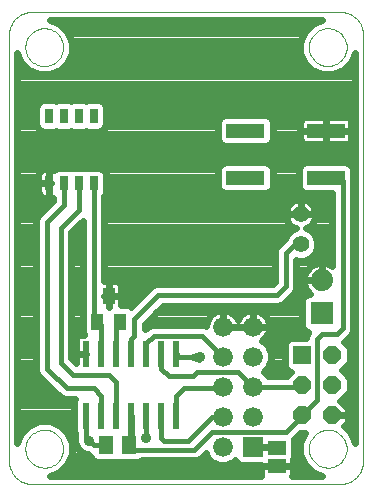
<source format=gtl>
G75*
G70*
%OFA0B0*%
%FSLAX24Y24*%
%IPPOS*%
%LPD*%
%AMOC8*
5,1,8,0,0,1.08239X$1,22.5*
%
%ADD10C,0.0000*%
%ADD11R,0.0240X0.0870*%
%ADD12R,0.0600X0.0600*%
%ADD13OC8,0.0600*%
%ADD14R,0.0512X0.0591*%
%ADD15R,0.0660X0.0660*%
%ADD16C,0.0660*%
%ADD17R,0.0630X0.0460*%
%ADD18R,0.1260X0.0472*%
%ADD19R,0.0740X0.0740*%
%ADD20C,0.0740*%
%ADD21C,0.0551*%
%ADD22R,0.0394X0.0551*%
%ADD23R,0.0250X0.0500*%
%ADD24C,0.0240*%
%ADD25C,0.0472*%
%ADD26C,0.0400*%
%ADD27C,0.0160*%
%ADD28C,0.0356*%
D10*
X008994Y002307D02*
X008994Y016481D01*
X008996Y016535D01*
X009001Y016588D01*
X009010Y016641D01*
X009023Y016693D01*
X009039Y016745D01*
X009059Y016795D01*
X009082Y016843D01*
X009109Y016890D01*
X009138Y016935D01*
X009171Y016978D01*
X009206Y017018D01*
X009244Y017056D01*
X009284Y017091D01*
X009327Y017124D01*
X009372Y017153D01*
X009419Y017180D01*
X009467Y017203D01*
X009517Y017223D01*
X009569Y017239D01*
X009621Y017252D01*
X009674Y017261D01*
X009727Y017266D01*
X009781Y017268D01*
X020018Y017268D01*
X020072Y017266D01*
X020125Y017261D01*
X020178Y017252D01*
X020230Y017239D01*
X020282Y017223D01*
X020332Y017203D01*
X020380Y017180D01*
X020427Y017153D01*
X020472Y017124D01*
X020515Y017091D01*
X020555Y017056D01*
X020593Y017018D01*
X020628Y016978D01*
X020661Y016935D01*
X020690Y016890D01*
X020717Y016843D01*
X020740Y016795D01*
X020760Y016745D01*
X020776Y016693D01*
X020789Y016641D01*
X020798Y016588D01*
X020803Y016535D01*
X020805Y016481D01*
X020805Y002307D01*
X020803Y002253D01*
X020798Y002200D01*
X020789Y002147D01*
X020776Y002095D01*
X020760Y002043D01*
X020740Y001993D01*
X020717Y001945D01*
X020690Y001898D01*
X020661Y001853D01*
X020628Y001810D01*
X020593Y001770D01*
X020555Y001732D01*
X020515Y001697D01*
X020472Y001664D01*
X020427Y001635D01*
X020380Y001608D01*
X020332Y001585D01*
X020282Y001565D01*
X020230Y001549D01*
X020178Y001536D01*
X020125Y001527D01*
X020072Y001522D01*
X020018Y001520D01*
X009781Y001520D01*
X009727Y001522D01*
X009674Y001527D01*
X009621Y001536D01*
X009569Y001549D01*
X009517Y001565D01*
X009467Y001585D01*
X009419Y001608D01*
X009372Y001635D01*
X009327Y001664D01*
X009284Y001697D01*
X009244Y001732D01*
X009206Y001770D01*
X009171Y001810D01*
X009138Y001853D01*
X009109Y001898D01*
X009082Y001945D01*
X009059Y001993D01*
X009039Y002043D01*
X009023Y002095D01*
X009010Y002147D01*
X009001Y002200D01*
X008996Y002253D01*
X008994Y002307D01*
X009545Y002701D02*
X009547Y002751D01*
X009553Y002801D01*
X009563Y002850D01*
X009577Y002898D01*
X009594Y002945D01*
X009615Y002990D01*
X009640Y003034D01*
X009668Y003075D01*
X009700Y003114D01*
X009734Y003151D01*
X009771Y003185D01*
X009811Y003215D01*
X009853Y003242D01*
X009897Y003266D01*
X009943Y003287D01*
X009990Y003303D01*
X010038Y003316D01*
X010088Y003325D01*
X010137Y003330D01*
X010188Y003331D01*
X010238Y003328D01*
X010287Y003321D01*
X010336Y003310D01*
X010384Y003295D01*
X010430Y003277D01*
X010475Y003255D01*
X010518Y003229D01*
X010559Y003200D01*
X010598Y003168D01*
X010634Y003133D01*
X010666Y003095D01*
X010696Y003055D01*
X010723Y003012D01*
X010746Y002968D01*
X010765Y002922D01*
X010781Y002874D01*
X010793Y002825D01*
X010801Y002776D01*
X010805Y002726D01*
X010805Y002676D01*
X010801Y002626D01*
X010793Y002577D01*
X010781Y002528D01*
X010765Y002480D01*
X010746Y002434D01*
X010723Y002390D01*
X010696Y002347D01*
X010666Y002307D01*
X010634Y002269D01*
X010598Y002234D01*
X010559Y002202D01*
X010518Y002173D01*
X010475Y002147D01*
X010430Y002125D01*
X010384Y002107D01*
X010336Y002092D01*
X010287Y002081D01*
X010238Y002074D01*
X010188Y002071D01*
X010137Y002072D01*
X010088Y002077D01*
X010038Y002086D01*
X009990Y002099D01*
X009943Y002115D01*
X009897Y002136D01*
X009853Y002160D01*
X009811Y002187D01*
X009771Y002217D01*
X009734Y002251D01*
X009700Y002288D01*
X009668Y002327D01*
X009640Y002368D01*
X009615Y002412D01*
X009594Y002457D01*
X009577Y002504D01*
X009563Y002552D01*
X009553Y002601D01*
X009547Y002651D01*
X009545Y002701D01*
X018994Y002701D02*
X018996Y002751D01*
X019002Y002801D01*
X019012Y002850D01*
X019026Y002898D01*
X019043Y002945D01*
X019064Y002990D01*
X019089Y003034D01*
X019117Y003075D01*
X019149Y003114D01*
X019183Y003151D01*
X019220Y003185D01*
X019260Y003215D01*
X019302Y003242D01*
X019346Y003266D01*
X019392Y003287D01*
X019439Y003303D01*
X019487Y003316D01*
X019537Y003325D01*
X019586Y003330D01*
X019637Y003331D01*
X019687Y003328D01*
X019736Y003321D01*
X019785Y003310D01*
X019833Y003295D01*
X019879Y003277D01*
X019924Y003255D01*
X019967Y003229D01*
X020008Y003200D01*
X020047Y003168D01*
X020083Y003133D01*
X020115Y003095D01*
X020145Y003055D01*
X020172Y003012D01*
X020195Y002968D01*
X020214Y002922D01*
X020230Y002874D01*
X020242Y002825D01*
X020250Y002776D01*
X020254Y002726D01*
X020254Y002676D01*
X020250Y002626D01*
X020242Y002577D01*
X020230Y002528D01*
X020214Y002480D01*
X020195Y002434D01*
X020172Y002390D01*
X020145Y002347D01*
X020115Y002307D01*
X020083Y002269D01*
X020047Y002234D01*
X020008Y002202D01*
X019967Y002173D01*
X019924Y002147D01*
X019879Y002125D01*
X019833Y002107D01*
X019785Y002092D01*
X019736Y002081D01*
X019687Y002074D01*
X019637Y002071D01*
X019586Y002072D01*
X019537Y002077D01*
X019487Y002086D01*
X019439Y002099D01*
X019392Y002115D01*
X019346Y002136D01*
X019302Y002160D01*
X019260Y002187D01*
X019220Y002217D01*
X019183Y002251D01*
X019149Y002288D01*
X019117Y002327D01*
X019089Y002368D01*
X019064Y002412D01*
X019043Y002457D01*
X019026Y002504D01*
X019012Y002552D01*
X019002Y002601D01*
X018996Y002651D01*
X018994Y002701D01*
X018994Y016087D02*
X018996Y016137D01*
X019002Y016187D01*
X019012Y016236D01*
X019026Y016284D01*
X019043Y016331D01*
X019064Y016376D01*
X019089Y016420D01*
X019117Y016461D01*
X019149Y016500D01*
X019183Y016537D01*
X019220Y016571D01*
X019260Y016601D01*
X019302Y016628D01*
X019346Y016652D01*
X019392Y016673D01*
X019439Y016689D01*
X019487Y016702D01*
X019537Y016711D01*
X019586Y016716D01*
X019637Y016717D01*
X019687Y016714D01*
X019736Y016707D01*
X019785Y016696D01*
X019833Y016681D01*
X019879Y016663D01*
X019924Y016641D01*
X019967Y016615D01*
X020008Y016586D01*
X020047Y016554D01*
X020083Y016519D01*
X020115Y016481D01*
X020145Y016441D01*
X020172Y016398D01*
X020195Y016354D01*
X020214Y016308D01*
X020230Y016260D01*
X020242Y016211D01*
X020250Y016162D01*
X020254Y016112D01*
X020254Y016062D01*
X020250Y016012D01*
X020242Y015963D01*
X020230Y015914D01*
X020214Y015866D01*
X020195Y015820D01*
X020172Y015776D01*
X020145Y015733D01*
X020115Y015693D01*
X020083Y015655D01*
X020047Y015620D01*
X020008Y015588D01*
X019967Y015559D01*
X019924Y015533D01*
X019879Y015511D01*
X019833Y015493D01*
X019785Y015478D01*
X019736Y015467D01*
X019687Y015460D01*
X019637Y015457D01*
X019586Y015458D01*
X019537Y015463D01*
X019487Y015472D01*
X019439Y015485D01*
X019392Y015501D01*
X019346Y015522D01*
X019302Y015546D01*
X019260Y015573D01*
X019220Y015603D01*
X019183Y015637D01*
X019149Y015674D01*
X019117Y015713D01*
X019089Y015754D01*
X019064Y015798D01*
X019043Y015843D01*
X019026Y015890D01*
X019012Y015938D01*
X019002Y015987D01*
X018996Y016037D01*
X018994Y016087D01*
X009545Y016087D02*
X009547Y016137D01*
X009553Y016187D01*
X009563Y016236D01*
X009577Y016284D01*
X009594Y016331D01*
X009615Y016376D01*
X009640Y016420D01*
X009668Y016461D01*
X009700Y016500D01*
X009734Y016537D01*
X009771Y016571D01*
X009811Y016601D01*
X009853Y016628D01*
X009897Y016652D01*
X009943Y016673D01*
X009990Y016689D01*
X010038Y016702D01*
X010088Y016711D01*
X010137Y016716D01*
X010188Y016717D01*
X010238Y016714D01*
X010287Y016707D01*
X010336Y016696D01*
X010384Y016681D01*
X010430Y016663D01*
X010475Y016641D01*
X010518Y016615D01*
X010559Y016586D01*
X010598Y016554D01*
X010634Y016519D01*
X010666Y016481D01*
X010696Y016441D01*
X010723Y016398D01*
X010746Y016354D01*
X010765Y016308D01*
X010781Y016260D01*
X010793Y016211D01*
X010801Y016162D01*
X010805Y016112D01*
X010805Y016062D01*
X010801Y016012D01*
X010793Y015963D01*
X010781Y015914D01*
X010765Y015866D01*
X010746Y015820D01*
X010723Y015776D01*
X010696Y015733D01*
X010666Y015693D01*
X010634Y015655D01*
X010598Y015620D01*
X010559Y015588D01*
X010518Y015559D01*
X010475Y015533D01*
X010430Y015511D01*
X010384Y015493D01*
X010336Y015478D01*
X010287Y015467D01*
X010238Y015460D01*
X010188Y015457D01*
X010137Y015458D01*
X010088Y015463D01*
X010038Y015472D01*
X009990Y015485D01*
X009943Y015501D01*
X009897Y015522D01*
X009853Y015546D01*
X009811Y015573D01*
X009771Y015603D01*
X009734Y015637D01*
X009700Y015674D01*
X009668Y015713D01*
X009640Y015754D01*
X009615Y015798D01*
X009594Y015843D01*
X009577Y015890D01*
X009563Y015938D01*
X009553Y015987D01*
X009547Y016037D01*
X009545Y016087D01*
D11*
X011570Y005845D03*
X012070Y005845D03*
X012570Y005845D03*
X013070Y005845D03*
X013570Y005845D03*
X014070Y005845D03*
X014570Y005845D03*
X014570Y003795D03*
X014070Y003795D03*
X013570Y003795D03*
X013070Y003795D03*
X012570Y003795D03*
X012070Y003795D03*
X011570Y003795D03*
D12*
X018770Y005820D03*
D13*
X018770Y004820D03*
X018770Y003820D03*
X019770Y003820D03*
X019770Y004820D03*
X019770Y005820D03*
D14*
X012994Y002820D03*
X012246Y002820D03*
D15*
X017120Y002770D03*
D16*
X017120Y003770D03*
X017120Y004770D03*
X017120Y005770D03*
X017120Y006770D03*
X016120Y006770D03*
X016120Y005770D03*
X016120Y004770D03*
X016120Y003770D03*
X016120Y002770D03*
D17*
X017920Y002720D03*
X017920Y002120D03*
D18*
X016881Y011733D03*
X016881Y013307D03*
X019559Y013307D03*
X019559Y011733D03*
D19*
X019420Y007220D03*
D20*
X019420Y008320D03*
D21*
X018720Y009520D03*
X018720Y010520D03*
D22*
X012694Y006937D03*
X011946Y006937D03*
X012320Y007803D03*
D23*
X011820Y011546D03*
X011320Y011546D03*
X010820Y011546D03*
X010320Y011546D03*
X010320Y013798D03*
X010820Y013798D03*
X011320Y013798D03*
X011820Y013798D03*
D24*
X012225Y013684D02*
X016006Y013684D01*
X016014Y013702D02*
X015971Y013599D01*
X015971Y013015D01*
X016014Y012913D01*
X016093Y012834D01*
X016196Y012791D01*
X017567Y012791D01*
X017670Y012834D01*
X017749Y012913D01*
X017791Y013015D01*
X017791Y013599D01*
X017749Y013702D01*
X017670Y013781D01*
X017567Y013824D01*
X016196Y013824D01*
X016093Y013781D01*
X016014Y013702D01*
X015971Y013445D02*
X012205Y013445D01*
X012225Y013492D02*
X012225Y014104D01*
X012182Y014207D01*
X012104Y014285D01*
X012001Y014328D01*
X011639Y014328D01*
X011570Y014299D01*
X011501Y014328D01*
X011139Y014328D01*
X011070Y014299D01*
X011001Y014328D01*
X010639Y014328D01*
X010570Y014299D01*
X010501Y014328D01*
X010139Y014328D01*
X010036Y014285D01*
X009958Y014207D01*
X009915Y014104D01*
X009915Y013492D01*
X009958Y013389D01*
X010036Y013311D01*
X010139Y013268D01*
X010501Y013268D01*
X010570Y013297D01*
X010639Y013268D01*
X011001Y013268D01*
X011070Y013297D01*
X011139Y013268D01*
X011501Y013268D01*
X011570Y013297D01*
X011639Y013268D01*
X012001Y013268D01*
X012104Y013311D01*
X012182Y013389D01*
X012225Y013492D01*
X012225Y013922D02*
X020525Y013922D01*
X020525Y013684D02*
X020360Y013684D01*
X020365Y013679D02*
X020324Y013720D01*
X020273Y013749D01*
X020217Y013764D01*
X019559Y013764D01*
X019559Y013307D01*
X019559Y013307D01*
X020409Y013307D01*
X020409Y013042D01*
X020394Y012986D01*
X020365Y012936D01*
X020324Y012895D01*
X020273Y012866D01*
X020217Y012851D01*
X019559Y012851D01*
X019559Y013307D01*
X019559Y013307D01*
X020409Y013307D01*
X020409Y013573D01*
X020394Y013629D01*
X020365Y013679D01*
X020409Y013445D02*
X020525Y013445D01*
X020525Y013207D02*
X020409Y013207D01*
X020383Y012968D02*
X020525Y012968D01*
X020525Y012730D02*
X009274Y012730D01*
X009274Y012968D02*
X015991Y012968D01*
X015971Y013207D02*
X009274Y013207D01*
X009274Y013445D02*
X009935Y013445D01*
X009915Y013684D02*
X009274Y013684D01*
X009274Y013922D02*
X009915Y013922D01*
X009939Y014161D02*
X009274Y014161D01*
X009274Y014399D02*
X020525Y014399D01*
X020525Y014638D02*
X009274Y014638D01*
X009274Y014876D02*
X020525Y014876D01*
X020525Y015115D02*
X009274Y015115D01*
X009274Y015353D02*
X009622Y015353D01*
X009660Y015316D02*
X009404Y015571D01*
X009274Y015885D01*
X009274Y002903D01*
X009404Y003217D01*
X009660Y003472D01*
X009994Y003611D01*
X010356Y003611D01*
X010691Y003472D01*
X010947Y003217D01*
X011085Y002882D01*
X011085Y002520D01*
X010947Y002186D01*
X010691Y001930D01*
X010377Y001800D01*
X017403Y001800D01*
X017400Y001805D01*
X017385Y001861D01*
X017385Y002120D01*
X017920Y002120D01*
X018455Y002120D01*
X018455Y002314D01*
X018472Y002331D01*
X018515Y002434D01*
X018515Y003006D01*
X018500Y003041D01*
X018620Y003161D01*
X018620Y003161D01*
X018699Y003240D01*
X018876Y003240D01*
X018853Y003217D01*
X018714Y002882D01*
X018714Y002520D01*
X018853Y002186D01*
X019109Y001930D01*
X019422Y001800D01*
X018437Y001800D01*
X018440Y001805D01*
X018455Y001861D01*
X018455Y002120D01*
X017920Y002120D01*
X017920Y002120D01*
X017920Y002120D01*
X017385Y002120D01*
X017385Y002160D01*
X016734Y002160D01*
X016631Y002203D01*
X016553Y002281D01*
X016535Y002323D01*
X016466Y002253D01*
X016241Y002160D01*
X015999Y002160D01*
X015774Y002253D01*
X015603Y002424D01*
X015553Y002544D01*
X015374Y002365D01*
X015242Y002310D01*
X013431Y002310D01*
X013409Y002287D01*
X013306Y002245D01*
X012682Y002245D01*
X012620Y002271D01*
X012558Y002245D01*
X011934Y002245D01*
X011831Y002287D01*
X011753Y002366D01*
X011710Y002469D01*
X011710Y002476D01*
X011623Y002512D01*
X011579Y002512D01*
X011411Y002582D01*
X011282Y002711D01*
X011212Y002879D01*
X011212Y002994D01*
X011210Y002998D01*
X011210Y003208D01*
X011170Y003304D01*
X011170Y004286D01*
X011201Y004360D01*
X010848Y004360D01*
X010716Y004415D01*
X010615Y004516D01*
X009965Y005166D01*
X009910Y005298D01*
X009910Y010342D01*
X009965Y010474D01*
X010066Y010575D01*
X010460Y010969D01*
X010460Y011076D01*
X010320Y011076D01*
X010320Y011546D01*
X010320Y011546D01*
X010320Y012016D01*
X010474Y012016D01*
X010509Y012006D01*
X010536Y012033D01*
X010639Y012076D01*
X011001Y012076D01*
X011070Y012047D01*
X011139Y012076D01*
X011501Y012076D01*
X011570Y012047D01*
X011639Y012076D01*
X012001Y012076D01*
X012104Y012033D01*
X012182Y011955D01*
X012225Y011852D01*
X012225Y011240D01*
X012182Y011137D01*
X012180Y011135D01*
X012180Y008299D01*
X012320Y008299D01*
X012320Y007803D01*
X012320Y007431D01*
X012320Y007431D01*
X012320Y007431D01*
X012320Y007803D01*
X012320Y007803D01*
X012320Y007803D01*
X012737Y007803D01*
X012737Y007499D01*
X012735Y007493D01*
X012947Y007493D01*
X013049Y007450D01*
X013070Y007429D01*
X013766Y008125D01*
X013898Y008180D01*
X017771Y008180D01*
X017860Y008269D01*
X017860Y009292D01*
X017915Y009424D01*
X018195Y009704D01*
X018249Y009835D01*
X018405Y009991D01*
X018554Y010053D01*
X018530Y010061D01*
X018460Y010096D01*
X018397Y010142D01*
X018342Y010197D01*
X018296Y010260D01*
X018261Y010330D01*
X018237Y010404D01*
X018224Y010481D01*
X018224Y010520D01*
X018720Y010520D01*
X018720Y010520D01*
X018720Y011016D01*
X018681Y011016D01*
X018604Y011003D01*
X018530Y010979D01*
X018460Y010944D01*
X018397Y010898D01*
X018342Y010843D01*
X018296Y010780D01*
X018261Y010710D01*
X018237Y010636D01*
X018224Y010559D01*
X018224Y010520D01*
X018720Y010520D01*
X019216Y010520D01*
X018720Y010520D01*
X018720Y010520D01*
X018720Y010520D01*
X018720Y011016D01*
X018759Y011016D01*
X018836Y011003D01*
X018910Y010979D01*
X018980Y010944D01*
X019043Y010898D01*
X019098Y010843D01*
X019144Y010780D01*
X019179Y010710D01*
X019203Y010636D01*
X019216Y010559D01*
X019216Y010520D01*
X019216Y010481D01*
X019203Y010404D01*
X019179Y010330D01*
X019144Y010260D01*
X019098Y010197D01*
X019043Y010142D01*
X018980Y010096D01*
X018910Y010061D01*
X018886Y010053D01*
X019035Y009991D01*
X019191Y009835D01*
X019276Y009631D01*
X019276Y009409D01*
X019191Y009205D01*
X019035Y009049D01*
X018831Y008964D01*
X018609Y008964D01*
X018580Y008977D01*
X018580Y008048D01*
X018525Y007916D01*
X018424Y007815D01*
X018225Y007616D01*
X018124Y007515D01*
X017992Y007460D01*
X014119Y007460D01*
X013530Y006871D01*
X013530Y006689D01*
X013616Y006775D01*
X013748Y006830D01*
X015492Y006830D01*
X015570Y006798D01*
X015570Y006813D01*
X015584Y006899D01*
X015610Y006981D01*
X015650Y007058D01*
X015700Y007128D01*
X015762Y007190D01*
X015832Y007240D01*
X015909Y007280D01*
X015991Y007306D01*
X016077Y007320D01*
X016120Y007320D01*
X016120Y006770D01*
X016670Y006770D01*
X017120Y006770D01*
X017120Y006770D01*
X017120Y007320D01*
X017163Y007320D01*
X017249Y007306D01*
X017331Y007280D01*
X017408Y007240D01*
X017478Y007190D01*
X017540Y007128D01*
X017590Y007058D01*
X017630Y006981D01*
X017656Y006899D01*
X017670Y006813D01*
X017670Y006770D01*
X017120Y006770D01*
X017120Y006770D01*
X017120Y006770D01*
X017120Y007320D01*
X017077Y007320D01*
X016991Y007306D01*
X016909Y007280D01*
X016832Y007240D01*
X016762Y007190D01*
X016700Y007128D01*
X016650Y007058D01*
X016620Y007000D01*
X016590Y007058D01*
X016540Y007128D01*
X016478Y007190D01*
X016408Y007240D01*
X016331Y007280D01*
X016249Y007306D01*
X016163Y007320D01*
X016120Y007320D01*
X016120Y006770D01*
X016120Y006770D01*
X016120Y006770D01*
X017120Y006770D01*
X017670Y006770D01*
X017670Y006727D01*
X017656Y006641D01*
X017630Y006559D01*
X017590Y006482D01*
X017540Y006412D01*
X017478Y006350D01*
X017418Y006307D01*
X017466Y006287D01*
X017637Y006116D01*
X017730Y005891D01*
X017730Y005649D01*
X017637Y005424D01*
X017483Y005270D01*
X017623Y005130D01*
X018260Y005130D01*
X018383Y005253D01*
X018311Y005283D01*
X018233Y005361D01*
X018190Y005464D01*
X018190Y006176D01*
X018233Y006279D01*
X018311Y006357D01*
X018414Y006400D01*
X018910Y006400D01*
X018910Y006442D01*
X018965Y006574D01*
X018971Y006580D01*
X018891Y006613D01*
X018813Y006691D01*
X018770Y006794D01*
X018770Y007646D01*
X018813Y007749D01*
X018891Y007827D01*
X018994Y007870D01*
X019036Y007870D01*
X018970Y007936D01*
X018915Y008011D01*
X018873Y008094D01*
X018845Y008182D01*
X018830Y008274D01*
X018830Y008320D01*
X019420Y008320D01*
X019420Y008320D01*
X019420Y008910D01*
X019466Y008910D01*
X019558Y008895D01*
X019646Y008867D01*
X019729Y008825D01*
X019760Y008802D01*
X019760Y011216D01*
X018873Y011216D01*
X018770Y011259D01*
X018691Y011338D01*
X018649Y011441D01*
X018649Y012025D01*
X018691Y012127D01*
X018770Y012206D01*
X018873Y012249D01*
X020244Y012249D01*
X020347Y012206D01*
X020426Y012127D01*
X020469Y012025D01*
X020469Y011719D01*
X020480Y011692D01*
X020480Y006648D01*
X020425Y006516D01*
X020324Y006415D01*
X020160Y006251D01*
X020350Y006060D01*
X020350Y005580D01*
X020090Y005320D01*
X020350Y005060D01*
X020350Y004580D01*
X020048Y004278D01*
X020290Y004035D01*
X020290Y003820D01*
X019770Y003820D01*
X019770Y003820D01*
X020290Y003820D01*
X020290Y003605D01*
X020149Y003463D01*
X020395Y003217D01*
X020525Y002903D01*
X020525Y015885D01*
X020395Y015571D01*
X020139Y015316D01*
X019805Y015177D01*
X019443Y015177D01*
X019109Y015316D01*
X018853Y015571D01*
X018714Y015906D01*
X018714Y016268D01*
X018853Y016602D01*
X019109Y016858D01*
X019422Y016988D01*
X010377Y016988D01*
X010691Y016858D01*
X010947Y016602D01*
X011085Y016268D01*
X011085Y015906D01*
X010947Y015571D01*
X010691Y015316D01*
X010356Y015177D01*
X009994Y015177D01*
X009660Y015316D01*
X009395Y015592D02*
X009274Y015592D01*
X009274Y015830D02*
X009297Y015830D01*
X010728Y015353D02*
X019071Y015353D01*
X018844Y015592D02*
X010955Y015592D01*
X011054Y015830D02*
X018745Y015830D01*
X018714Y016069D02*
X011085Y016069D01*
X011069Y016307D02*
X018730Y016307D01*
X018829Y016546D02*
X010970Y016546D01*
X010765Y016784D02*
X019034Y016784D01*
X020404Y015592D02*
X020525Y015592D01*
X020525Y015830D02*
X020502Y015830D01*
X020525Y015353D02*
X020177Y015353D01*
X020525Y014161D02*
X012201Y014161D01*
X012123Y012014D02*
X015971Y012014D01*
X015971Y012025D02*
X016014Y012127D01*
X016093Y012206D01*
X016196Y012249D01*
X017567Y012249D01*
X017670Y012206D01*
X017749Y012127D01*
X017791Y012025D01*
X017791Y011441D01*
X017749Y011338D01*
X017670Y011259D01*
X017567Y011216D01*
X016196Y011216D01*
X016093Y011259D01*
X016014Y011338D01*
X015971Y011441D01*
X015971Y012025D01*
X015971Y011776D02*
X012225Y011776D01*
X012225Y011537D02*
X015971Y011537D01*
X016053Y011299D02*
X012225Y011299D01*
X012180Y011060D02*
X019760Y011060D01*
X019760Y010822D02*
X019114Y010822D01*
X019212Y010583D02*
X019760Y010583D01*
X019760Y010345D02*
X019184Y010345D01*
X018993Y010106D02*
X019760Y010106D01*
X019760Y009868D02*
X019158Y009868D01*
X019276Y009629D02*
X019760Y009629D01*
X019760Y009391D02*
X019268Y009391D01*
X019138Y009152D02*
X019760Y009152D01*
X019760Y008914D02*
X018580Y008914D01*
X018580Y008675D02*
X018949Y008675D01*
X018970Y008704D02*
X018915Y008629D01*
X018873Y008546D01*
X018845Y008458D01*
X018830Y008366D01*
X018830Y008320D01*
X019420Y008320D01*
X019420Y008320D01*
X019420Y008910D01*
X019374Y008910D01*
X019282Y008895D01*
X019194Y008867D01*
X019111Y008825D01*
X019036Y008770D01*
X018970Y008704D01*
X018841Y008437D02*
X018580Y008437D01*
X018580Y008198D02*
X018842Y008198D01*
X018953Y007960D02*
X018543Y007960D01*
X018330Y007721D02*
X018801Y007721D01*
X018770Y007483D02*
X018046Y007483D01*
X017617Y007006D02*
X018770Y007006D01*
X018770Y007244D02*
X017401Y007244D01*
X017120Y007244D02*
X017120Y007244D01*
X017120Y007006D02*
X017120Y007006D01*
X016839Y007244D02*
X016401Y007244D01*
X016120Y007244D02*
X016120Y007244D01*
X016120Y007006D02*
X016120Y007006D01*
X015839Y007244D02*
X013903Y007244D01*
X013665Y007006D02*
X015623Y007006D01*
X016617Y007006D02*
X016623Y007006D01*
X017459Y006290D02*
X018244Y006290D01*
X018190Y006052D02*
X017664Y006052D01*
X017730Y005813D02*
X018190Y005813D01*
X018190Y005575D02*
X017699Y005575D01*
X017549Y005336D02*
X018258Y005336D01*
X017614Y006529D02*
X018946Y006529D01*
X018781Y006767D02*
X017670Y006767D01*
X017789Y008198D02*
X012702Y008198D01*
X012693Y008214D02*
X012652Y008255D01*
X012602Y008284D01*
X012546Y008299D01*
X012320Y008299D01*
X012320Y007803D01*
X012180Y007803D01*
X012180Y007803D01*
X012320Y007803D01*
X012320Y007803D01*
X012737Y007803D01*
X012737Y008108D01*
X012722Y008164D01*
X012693Y008214D01*
X012320Y008198D02*
X012320Y008198D01*
X012180Y008437D02*
X017860Y008437D01*
X017860Y008675D02*
X012180Y008675D01*
X012180Y008914D02*
X017860Y008914D01*
X017860Y009152D02*
X012180Y009152D01*
X012180Y009391D02*
X017901Y009391D01*
X018120Y009629D02*
X012180Y009629D01*
X012180Y009868D02*
X018282Y009868D01*
X018447Y010106D02*
X012180Y010106D01*
X012180Y010345D02*
X018256Y010345D01*
X018228Y010583D02*
X012180Y010583D01*
X012180Y010822D02*
X018326Y010822D01*
X018720Y010822D02*
X018720Y010822D01*
X018720Y010583D02*
X018720Y010583D01*
X018731Y011299D02*
X017709Y011299D01*
X017791Y011537D02*
X018649Y011537D01*
X018649Y011776D02*
X017791Y011776D01*
X017791Y012014D02*
X018649Y012014D01*
X018900Y012851D02*
X018844Y012866D01*
X018794Y012895D01*
X018753Y012936D01*
X018724Y012986D01*
X018709Y013042D01*
X018709Y013307D01*
X019559Y013307D01*
X019559Y012851D01*
X018900Y012851D01*
X018734Y012968D02*
X017772Y012968D01*
X017791Y013207D02*
X018709Y013207D01*
X018709Y013307D02*
X019559Y013307D01*
X019559Y013307D01*
X019559Y013307D01*
X019559Y013764D01*
X018900Y013764D01*
X018844Y013749D01*
X018794Y013720D01*
X018753Y013679D01*
X018724Y013629D01*
X018709Y013573D01*
X018709Y013307D01*
X018709Y013445D02*
X017791Y013445D01*
X017756Y013684D02*
X018757Y013684D01*
X019559Y013684D02*
X019559Y013684D01*
X019559Y013445D02*
X019559Y013445D01*
X019559Y013207D02*
X019559Y013207D01*
X019559Y012968D02*
X019559Y012968D01*
X020525Y012491D02*
X009274Y012491D01*
X009274Y012253D02*
X020525Y012253D01*
X020525Y012014D02*
X020469Y012014D01*
X020469Y011776D02*
X020525Y011776D01*
X020525Y011537D02*
X020480Y011537D01*
X020480Y011299D02*
X020525Y011299D01*
X020525Y011060D02*
X020480Y011060D01*
X020480Y010822D02*
X020525Y010822D01*
X020525Y010583D02*
X020480Y010583D01*
X020480Y010345D02*
X020525Y010345D01*
X020525Y010106D02*
X020480Y010106D01*
X020480Y009868D02*
X020525Y009868D01*
X020525Y009629D02*
X020480Y009629D01*
X020480Y009391D02*
X020525Y009391D01*
X020525Y009152D02*
X020480Y009152D01*
X020480Y008914D02*
X020525Y008914D01*
X020525Y008675D02*
X020480Y008675D01*
X020480Y008437D02*
X020525Y008437D01*
X020525Y008198D02*
X020480Y008198D01*
X020480Y007960D02*
X020525Y007960D01*
X020525Y007721D02*
X020480Y007721D01*
X020480Y007483D02*
X020525Y007483D01*
X020525Y007244D02*
X020480Y007244D01*
X020480Y007006D02*
X020525Y007006D01*
X020525Y006767D02*
X020480Y006767D01*
X020525Y006529D02*
X020430Y006529D01*
X020525Y006290D02*
X020199Y006290D01*
X020350Y006052D02*
X020525Y006052D01*
X020525Y005813D02*
X020350Y005813D01*
X020345Y005575D02*
X020525Y005575D01*
X020525Y005336D02*
X020106Y005336D01*
X020313Y005098D02*
X020525Y005098D01*
X020525Y004859D02*
X020350Y004859D01*
X020350Y004621D02*
X020525Y004621D01*
X020525Y004382D02*
X020152Y004382D01*
X020182Y004144D02*
X020525Y004144D01*
X020525Y003905D02*
X020290Y003905D01*
X020290Y003667D02*
X020525Y003667D01*
X020525Y003428D02*
X020184Y003428D01*
X020407Y003190D02*
X020525Y003190D01*
X020505Y002951D02*
X020525Y002951D01*
X019041Y001997D02*
X018455Y001997D01*
X018455Y002236D02*
X018832Y002236D01*
X018733Y002474D02*
X018515Y002474D01*
X018515Y002713D02*
X018714Y002713D01*
X018743Y002951D02*
X018515Y002951D01*
X018649Y003190D02*
X018841Y003190D01*
X017920Y002720D02*
X017870Y002770D01*
X017120Y002770D01*
X016599Y002236D02*
X016424Y002236D01*
X015816Y002236D02*
X010967Y002236D01*
X011066Y002474D02*
X011710Y002474D01*
X011281Y002713D02*
X011085Y002713D01*
X011056Y002951D02*
X011212Y002951D01*
X011210Y003190D02*
X010958Y003190D01*
X011170Y003428D02*
X010735Y003428D01*
X011170Y003667D02*
X009274Y003667D01*
X009274Y003905D02*
X011170Y003905D01*
X011170Y004144D02*
X009274Y004144D01*
X009274Y004382D02*
X010795Y004382D01*
X010510Y004621D02*
X009274Y004621D01*
X009274Y004859D02*
X010272Y004859D01*
X010033Y005098D02*
X009274Y005098D01*
X009274Y005336D02*
X009910Y005336D01*
X009910Y005575D02*
X009274Y005575D01*
X009274Y005813D02*
X009910Y005813D01*
X009910Y006052D02*
X009274Y006052D01*
X009274Y006290D02*
X009910Y006290D01*
X009910Y006529D02*
X009274Y006529D01*
X009274Y006767D02*
X009910Y006767D01*
X009910Y007006D02*
X009274Y007006D01*
X009274Y007244D02*
X009910Y007244D01*
X009910Y007483D02*
X009274Y007483D01*
X009274Y007721D02*
X009910Y007721D01*
X009910Y007960D02*
X009274Y007960D01*
X009274Y008198D02*
X009910Y008198D01*
X009910Y008437D02*
X009274Y008437D01*
X009274Y008675D02*
X009910Y008675D01*
X009910Y008914D02*
X009274Y008914D01*
X009274Y009152D02*
X009910Y009152D01*
X009910Y009391D02*
X009274Y009391D01*
X009274Y009629D02*
X009910Y009629D01*
X009910Y009868D02*
X009274Y009868D01*
X009274Y010106D02*
X009910Y010106D01*
X009911Y010345D02*
X009274Y010345D01*
X009274Y010583D02*
X010074Y010583D01*
X010312Y010822D02*
X009274Y010822D01*
X009274Y011060D02*
X010460Y011060D01*
X010320Y011076D02*
X010166Y011076D01*
X010110Y011091D01*
X010060Y011120D01*
X010019Y011161D01*
X009990Y011211D01*
X009975Y011267D01*
X009975Y011546D01*
X010320Y011546D01*
X010320Y012016D01*
X010166Y012016D01*
X010110Y012001D01*
X010060Y011972D01*
X010019Y011931D01*
X009990Y011881D01*
X009975Y011825D01*
X009975Y011546D01*
X010320Y011546D01*
X010415Y011546D01*
X010415Y011546D01*
X010320Y011546D01*
X010320Y011546D01*
X010320Y011546D01*
X010320Y011546D01*
X010320Y011076D01*
X010320Y011299D02*
X010320Y011299D01*
X010320Y011537D02*
X010320Y011537D01*
X010320Y011776D02*
X010320Y011776D01*
X010320Y012014D02*
X010320Y012014D01*
X010481Y012014D02*
X010517Y012014D01*
X010159Y012014D02*
X009274Y012014D01*
X009274Y011776D02*
X009975Y011776D01*
X009975Y011537D02*
X009274Y011537D01*
X009274Y011299D02*
X009975Y011299D01*
X011265Y010106D02*
X011460Y010106D01*
X011460Y010301D02*
X011080Y009921D01*
X011080Y005719D01*
X011230Y005569D01*
X011230Y005845D01*
X011570Y005845D01*
X011570Y005845D01*
X011230Y005845D01*
X011230Y006309D01*
X011245Y006365D01*
X011274Y006415D01*
X011315Y006456D01*
X011365Y006485D01*
X011421Y006500D01*
X011514Y006500D01*
X011512Y006503D01*
X011469Y006606D01*
X011469Y006969D01*
X011460Y006991D01*
X011460Y010301D01*
X011460Y009868D02*
X011080Y009868D01*
X011080Y009629D02*
X011460Y009629D01*
X011460Y009391D02*
X011080Y009391D01*
X011080Y009152D02*
X011460Y009152D01*
X011460Y008914D02*
X011080Y008914D01*
X011080Y008675D02*
X011460Y008675D01*
X011460Y008437D02*
X011080Y008437D01*
X011080Y008198D02*
X011460Y008198D01*
X011460Y007960D02*
X011080Y007960D01*
X011080Y007721D02*
X011460Y007721D01*
X011460Y007483D02*
X011080Y007483D01*
X011080Y007244D02*
X011460Y007244D01*
X011460Y007006D02*
X011080Y007006D01*
X011080Y006767D02*
X011469Y006767D01*
X011501Y006529D02*
X011080Y006529D01*
X011080Y006290D02*
X011230Y006290D01*
X011230Y006052D02*
X011080Y006052D01*
X011080Y005813D02*
X011230Y005813D01*
X011225Y005575D02*
X011230Y005575D01*
X012320Y007483D02*
X012320Y007483D01*
X012320Y007721D02*
X012320Y007721D01*
X012320Y007803D02*
X012320Y007803D01*
X012320Y007960D02*
X012320Y007960D01*
X012737Y007960D02*
X013600Y007960D01*
X013362Y007721D02*
X012737Y007721D01*
X012971Y007483D02*
X013123Y007483D01*
X013530Y006767D02*
X013608Y006767D01*
X013070Y003795D02*
X013070Y002996D01*
X012994Y002820D01*
X010758Y001997D02*
X017385Y001997D01*
X015582Y002474D02*
X015483Y002474D01*
X009615Y003428D02*
X009274Y003428D01*
X009274Y003190D02*
X009393Y003190D01*
X009294Y002951D02*
X009274Y002951D01*
X019420Y008437D02*
X019420Y008437D01*
X019420Y008675D02*
X019420Y008675D01*
D25*
X014620Y009770D03*
X011320Y009770D03*
D26*
X014570Y009770D02*
X014620Y009770D01*
D27*
X013970Y007820D02*
X013170Y007020D01*
X013170Y006470D01*
X013070Y006370D01*
X013070Y005845D01*
X013570Y005845D02*
X013570Y006220D01*
X013820Y006470D01*
X015420Y006470D01*
X016120Y005770D01*
X016620Y005270D02*
X015270Y005270D01*
X015120Y005120D01*
X014320Y005120D01*
X014070Y005370D01*
X014070Y005845D01*
X014570Y005845D02*
X014645Y005770D01*
X015016Y005770D01*
X015343Y005864D01*
X015370Y005770D01*
X015343Y005864D01*
X015343Y005864D01*
X015370Y005770D01*
X015343Y005676D01*
X015370Y005770D01*
X015343Y005676D01*
X015343Y005676D01*
X015016Y005770D01*
X015343Y005676D01*
X015016Y005770D01*
X015016Y005770D01*
X015370Y005770D01*
X015343Y005864D02*
X015343Y005864D01*
X015016Y005770D01*
X015343Y005864D01*
X015016Y005770D01*
X015016Y005770D01*
X015343Y005676D01*
X015343Y005676D01*
X015016Y005770D01*
X014595Y005870D02*
X014570Y005845D01*
X014820Y004720D02*
X016070Y004720D01*
X016120Y004770D01*
X016620Y005270D02*
X017120Y004770D01*
X017612Y004770D01*
X017612Y004770D01*
X018720Y004770D01*
X018770Y004820D01*
X019270Y004320D02*
X018770Y003820D01*
X018416Y003466D01*
X018416Y003466D01*
X018416Y003466D01*
X018220Y003270D01*
X015770Y003270D01*
X015170Y002670D01*
X013020Y002670D01*
X012994Y002770D01*
X012994Y002820D01*
X013570Y003070D02*
X013570Y003795D01*
X014070Y003795D02*
X014070Y003070D01*
X014170Y002970D01*
X014970Y002970D01*
X015770Y003770D01*
X016120Y003770D01*
X014820Y004720D02*
X014570Y004470D01*
X014570Y003795D01*
X012570Y003795D02*
X012570Y004920D01*
X012320Y005170D01*
X011120Y005170D01*
X010720Y005570D01*
X010720Y010070D01*
X011320Y010670D01*
X011320Y011546D01*
X010820Y011546D02*
X010820Y010820D01*
X010270Y010270D01*
X010270Y005370D01*
X010920Y004720D01*
X011820Y004720D01*
X012070Y004470D01*
X012070Y003795D01*
X011570Y003795D02*
X011570Y003070D01*
X011670Y002970D01*
X011820Y002820D01*
X012246Y002820D01*
X012070Y005845D02*
X012070Y006813D01*
X011946Y006937D01*
X011820Y007063D01*
X011820Y011546D01*
X013970Y007820D02*
X017920Y007820D01*
X018220Y008120D01*
X018220Y009220D01*
X018520Y009520D01*
X018720Y009520D01*
X019559Y011733D02*
X019871Y011620D01*
X020120Y011620D01*
X020120Y006720D01*
X019920Y006520D01*
X019420Y006520D01*
X019270Y006370D01*
X019270Y004320D01*
X012570Y005845D02*
X012570Y006813D01*
X012694Y006937D01*
D28*
X015370Y005770D03*
X013570Y003070D03*
X011670Y002970D03*
M02*

</source>
